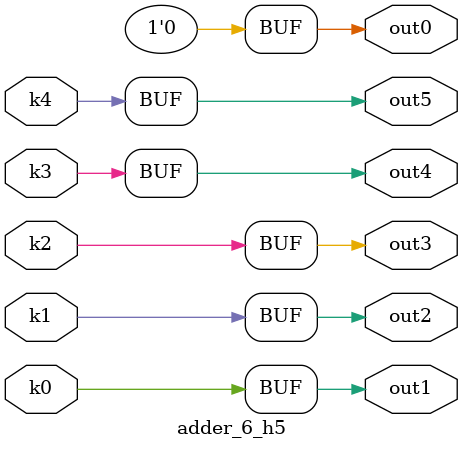
<source format=v>
module adder_6(pi00, pi01, pi02, pi03, pi04, pi05, pi06, pi07, pi08, pi09, po0, po1, po2, po3, po4, po5);
input pi00, pi01, pi02, pi03, pi04, pi05, pi06, pi07, pi08, pi09;
output po0, po1, po2, po3, po4, po5;
wire k0, k1, k2, k3, k4;
adder_6_w5 DUT1 (pi00, pi01, pi02, pi03, pi04, pi05, pi06, pi07, pi08, pi09, k0, k1, k2, k3, k4);
adder_6_h5 DUT2 (k0, k1, k2, k3, k4, po0, po1, po2, po3, po4, po5);
endmodule

module adder_6_w5(in9, in8, in7, in6, in5, in4, in3, in2, in1, in0, k4, k3, k2, k1, k0);
input in9, in8, in7, in6, in5, in4, in3, in2, in1, in0;
output k4, k3, k2, k1, k0;
assign k0 =   in1 & ((((in9 & (in5 | in0)) | (in5 & in0)) & (in6 | in2) & (in7 | in3) & (in8 | in4)) | ((in6 | in2) & ((in8 & in4 & (in7 | in3)) | (in7 & in3))) | (in6 & in2));
assign k1 =   ((in6 ^ in2) & ((((in9 & (in5 | in0)) | (in5 & in0)) & (in7 | in3) & (in8 | in4)) | (in8 & in4 & (in7 | in3)) | (in7 & in3))) | (((~in5 & ~in0) | (~in9 & (~in5 | ~in0))) & (~in6 ^ in2) & (~in7 | ~in3) & (~in8 | ~in4)) | ((~in6 ^ in2) & ((~in7 & ~in3) | (~in8 & ~in4 & (~in7 | ~in3))));
assign k2 =   ((in7 ^ in3) & ((((in9 & (in5 | in0)) | (in5 & in0)) & (in8 | in4)) | (in8 & in4))) | (((~in5 & ~in0) | (~in9 & (~in5 | ~in0))) & (~in8 | ~in4) & (~in7 ^ in3)) | (~in8 & ~in4 & (~in7 ^ in3));
assign k3 =   ((in8 ^ in4) & ((in9 & (in5 | in0)) | (in5 & in0))) | (((~in5 & ~in0) | (~in9 & (~in5 | ~in0))) & (~in8 ^ in4));
assign k4 =   in9 ? (in5 ^ in0) : (~in5 ^ in0);
endmodule

module adder_6_h5(k4, k3, k2, k1, k0, out5, out4, out3, out2, out1, out0);
input k4, k3, k2, k1, k0;
output out5, out4, out3, out2, out1, out0;
assign out0 = 0;
assign out1 = k0;
assign out2 = k1;
assign out3 = k2;
assign out4 = k3;
assign out5 = k4;
endmodule

</source>
